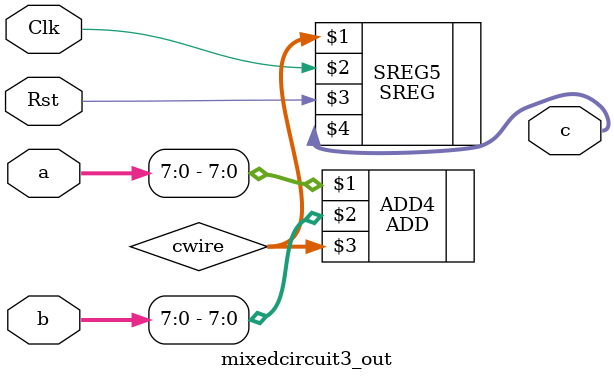
<source format=v>

`timescale 1ns / 1ps

module mixedcircuit3_out(a,b,c,Clk,Rst);
	input Clk,Rst;
	input [31:0] a;
	input [15:0] b;
	output wire [7:0] c;
	wire [7:0] cwire;
	ADD	#(.DATAWIDTH(8)) ADD4(a[7:0],b[7:0],cwire);
	SREG	#(.DATAWIDTH(8)) SREG5(cwire,Clk,Rst,c);
endmodule
</source>
